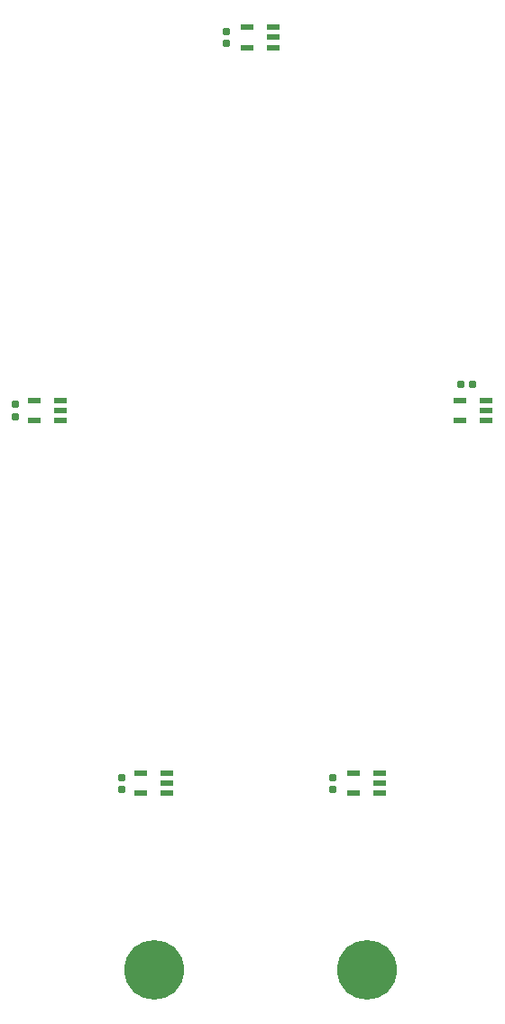
<source format=gbs>
G04 #@! TF.GenerationSoftware,KiCad,Pcbnew,7.0.7*
G04 #@! TF.CreationDate,2024-10-25T09:44:25+02:00*
G04 #@! TF.ProjectId,Benhui_Tongue,42656e68-7569-45f5-946f-6e6775652e6b,rev?*
G04 #@! TF.SameCoordinates,Original*
G04 #@! TF.FileFunction,Soldermask,Bot*
G04 #@! TF.FilePolarity,Negative*
%FSLAX46Y46*%
G04 Gerber Fmt 4.6, Leading zero omitted, Abs format (unit mm)*
G04 Created by KiCad (PCBNEW 7.0.7) date 2024-10-25 09:44:25*
%MOMM*%
%LPD*%
G01*
G04 APERTURE LIST*
G04 Aperture macros list*
%AMRoundRect*
0 Rectangle with rounded corners*
0 $1 Rounding radius*
0 $2 $3 $4 $5 $6 $7 $8 $9 X,Y pos of 4 corners*
0 Add a 4 corners polygon primitive as box body*
4,1,4,$2,$3,$4,$5,$6,$7,$8,$9,$2,$3,0*
0 Add four circle primitives for the rounded corners*
1,1,$1+$1,$2,$3*
1,1,$1+$1,$4,$5*
1,1,$1+$1,$6,$7*
1,1,$1+$1,$8,$9*
0 Add four rect primitives between the rounded corners*
20,1,$1+$1,$2,$3,$4,$5,0*
20,1,$1+$1,$4,$5,$6,$7,0*
20,1,$1+$1,$6,$7,$8,$9,0*
20,1,$1+$1,$8,$9,$2,$3,0*%
G04 Aperture macros list end*
%ADD10C,5.600000*%
%ADD11R,1.270000X0.508000*%
%ADD12RoundRect,0.155000X0.155000X-0.212500X0.155000X0.212500X-0.155000X0.212500X-0.155000X-0.212500X0*%
%ADD13RoundRect,0.155000X0.212500X0.155000X-0.212500X0.155000X-0.212500X-0.155000X0.212500X-0.155000X0*%
G04 APERTURE END LIST*
D10*
X109200000Y-116600000D03*
X129200000Y-116600000D03*
D11*
X110419200Y-98149999D03*
X110419200Y-99100000D03*
X110419200Y-100050001D03*
X107980800Y-100050001D03*
X107980800Y-98149999D03*
D12*
X126000000Y-99667500D03*
X126000000Y-98532500D03*
D11*
X120419200Y-28149999D03*
X120419200Y-29100000D03*
X120419200Y-30050001D03*
X117980800Y-30050001D03*
X117980800Y-28149999D03*
X100419200Y-63149999D03*
X100419200Y-64100000D03*
X100419200Y-65050001D03*
X97980800Y-65050001D03*
X97980800Y-63149999D03*
D12*
X116000000Y-29667500D03*
X116000000Y-28532500D03*
D11*
X130419200Y-98149999D03*
X130419200Y-99100000D03*
X130419200Y-100050001D03*
X127980800Y-100050001D03*
X127980800Y-98149999D03*
X140419200Y-63149999D03*
X140419200Y-64100000D03*
X140419200Y-65050001D03*
X137980800Y-65050001D03*
X137980800Y-63149999D03*
D13*
X139167500Y-61700000D03*
X138032500Y-61700000D03*
D12*
X96200000Y-64667500D03*
X96200000Y-63532500D03*
X106200000Y-99667500D03*
X106200000Y-98532500D03*
M02*

</source>
